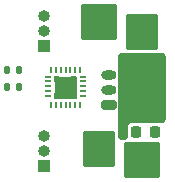
<source format=gts>
G04 #@! TF.GenerationSoftware,KiCad,Pcbnew,8.0.7-8.0.7-0~ubuntu24.04.1*
G04 #@! TF.CreationDate,2024-12-30T22:58:19-07:00*
G04 #@! TF.ProjectId,DRV8311 Motor Driver,44525638-3331-4312-904d-6f746f722044,V1*
G04 #@! TF.SameCoordinates,Original*
G04 #@! TF.FileFunction,Soldermask,Top*
G04 #@! TF.FilePolarity,Negative*
%FSLAX46Y46*%
G04 Gerber Fmt 4.6, Leading zero omitted, Abs format (unit mm)*
G04 Created by KiCad (PCBNEW 8.0.7-8.0.7-0~ubuntu24.04.1) date 2024-12-30 22:58:19*
%MOMM*%
%LPD*%
G01*
G04 APERTURE LIST*
G04 Aperture macros list*
%AMRoundRect*
0 Rectangle with rounded corners*
0 $1 Rounding radius*
0 $2 $3 $4 $5 $6 $7 $8 $9 X,Y pos of 4 corners*
0 Add a 4 corners polygon primitive as box body*
4,1,4,$2,$3,$4,$5,$6,$7,$8,$9,$2,$3,0*
0 Add four circle primitives for the rounded corners*
1,1,$1+$1,$2,$3*
1,1,$1+$1,$4,$5*
1,1,$1+$1,$6,$7*
1,1,$1+$1,$8,$9*
0 Add four rect primitives between the rounded corners*
20,1,$1+$1,$2,$3,$4,$5,0*
20,1,$1+$1,$4,$5,$6,$7,0*
20,1,$1+$1,$6,$7,$8,$9,0*
20,1,$1+$1,$8,$9,$2,$3,0*%
G04 Aperture macros list end*
%ADD10RoundRect,0.102000X-1.400000X-1.400000X1.400000X-1.400000X1.400000X1.400000X-1.400000X1.400000X0*%
%ADD11RoundRect,0.200000X0.450000X-0.200000X0.450000X0.200000X-0.450000X0.200000X-0.450000X-0.200000X0*%
%ADD12O,1.300000X0.800000*%
%ADD13RoundRect,0.140000X-0.140000X-0.170000X0.140000X-0.170000X0.140000X0.170000X-0.140000X0.170000X0*%
%ADD14R,0.200000X0.469999*%
%ADD15R,0.469999X0.200000*%
%ADD16C,0.600000*%
%ADD17R,1.899999X1.899999*%
%ADD18RoundRect,0.100000X-1.250000X-1.400000X1.250000X-1.400000X1.250000X1.400000X-1.250000X1.400000X0*%
%ADD19RoundRect,0.225000X0.225000X0.250000X-0.225000X0.250000X-0.225000X-0.250000X0.225000X-0.250000X0*%
%ADD20RoundRect,0.100000X1.250000X1.400000X-1.250000X1.400000X-1.250000X-1.400000X1.250000X-1.400000X0*%
%ADD21RoundRect,0.102000X1.400000X1.400000X-1.400000X1.400000X-1.400000X-1.400000X1.400000X-1.400000X0*%
%ADD22R,1.000000X1.000000*%
%ADD23O,1.000000X1.000000*%
G04 APERTURE END LIST*
D10*
G04 #@! TO.C,J7*
X176650000Y-107550000D03*
G04 #@! TD*
D11*
G04 #@! TO.C,J4*
X173800000Y-102900000D03*
D12*
X173800000Y-101650000D03*
X173800000Y-100400000D03*
G04 #@! TD*
D13*
G04 #@! TO.C,C1*
X165220000Y-99900000D03*
X166180000Y-99900000D03*
G04 #@! TD*
D14*
G04 #@! TO.C,U1*
X168934999Y-102895000D03*
X169334998Y-102895000D03*
X169735000Y-102895000D03*
X170134999Y-102895000D03*
X170534998Y-102895000D03*
X170935000Y-102895000D03*
X171334999Y-102895000D03*
D15*
X171600000Y-102100000D03*
X171600000Y-101699998D03*
X171600000Y-101299999D03*
X171600000Y-100900000D03*
X171600000Y-100499998D03*
D14*
X171334999Y-99964998D03*
X170935000Y-99964998D03*
X170534998Y-99964998D03*
X170134999Y-99964998D03*
X169735000Y-99964998D03*
X169334998Y-99964998D03*
X168934999Y-99964998D03*
D15*
X168669998Y-100499998D03*
X168669998Y-100900000D03*
X168669998Y-101299999D03*
X168669998Y-101699998D03*
X168669998Y-102100000D03*
D16*
X169434998Y-102130000D03*
X170835000Y-102130000D03*
D17*
X170134999Y-101429999D03*
D16*
X170134999Y-101404599D03*
X169434998Y-100729998D03*
X170835000Y-100729998D03*
G04 #@! TD*
D18*
G04 #@! TO.C,J8*
X176650000Y-96750000D03*
G04 #@! TD*
D19*
G04 #@! TO.C,C6*
X177675000Y-105200000D03*
X176125000Y-105200000D03*
G04 #@! TD*
D20*
G04 #@! TO.C,J6*
X172950000Y-106600000D03*
G04 #@! TD*
D21*
G04 #@! TO.C,J9*
X172950000Y-95850000D03*
G04 #@! TD*
D22*
G04 #@! TO.C,J2*
X168300000Y-97900000D03*
D23*
X168300000Y-96630000D03*
X168300000Y-95360000D03*
G04 #@! TD*
D13*
G04 #@! TO.C,C7*
X165220000Y-101400000D03*
X166180000Y-101400000D03*
G04 #@! TD*
D22*
G04 #@! TO.C,J1*
X168300000Y-108050000D03*
D23*
X168300000Y-106780000D03*
X168300000Y-105510000D03*
G04 #@! TD*
G36*
X178361980Y-98502383D02*
G01*
X178421480Y-98514218D01*
X178466179Y-98532732D01*
X178506268Y-98559518D01*
X178540481Y-98593731D01*
X178567267Y-98633820D01*
X178585781Y-98678517D01*
X178597617Y-98738017D01*
X178600000Y-98762210D01*
X178600000Y-104137789D01*
X178597617Y-104161982D01*
X178585781Y-104221482D01*
X178567267Y-104266179D01*
X178540481Y-104306268D01*
X178506268Y-104340481D01*
X178466179Y-104367267D01*
X178421482Y-104385781D01*
X178361982Y-104397617D01*
X178337789Y-104400000D01*
X175649995Y-104400000D01*
X175554329Y-104419029D01*
X175554328Y-104419029D01*
X175473223Y-104473223D01*
X175419029Y-104554328D01*
X175419029Y-104554329D01*
X175400000Y-104649995D01*
X175400000Y-105587789D01*
X175397617Y-105611982D01*
X175385781Y-105671482D01*
X175367267Y-105716179D01*
X175340481Y-105756268D01*
X175306268Y-105790481D01*
X175266179Y-105817267D01*
X175221482Y-105835781D01*
X175161982Y-105847617D01*
X175137789Y-105850000D01*
X174862211Y-105850000D01*
X174838019Y-105847617D01*
X174778518Y-105835781D01*
X174733820Y-105817267D01*
X174693731Y-105790481D01*
X174659518Y-105756268D01*
X174632732Y-105716179D01*
X174614218Y-105671480D01*
X174602383Y-105611980D01*
X174600000Y-105587789D01*
X174600000Y-98762210D01*
X174602383Y-98738019D01*
X174614218Y-98678519D01*
X174632732Y-98633820D01*
X174659518Y-98593731D01*
X174693731Y-98559518D01*
X174733820Y-98532732D01*
X174778520Y-98514217D01*
X174838021Y-98502382D01*
X174862211Y-98500000D01*
X178337789Y-98500000D01*
X178361980Y-98502383D01*
G37*
M02*

</source>
